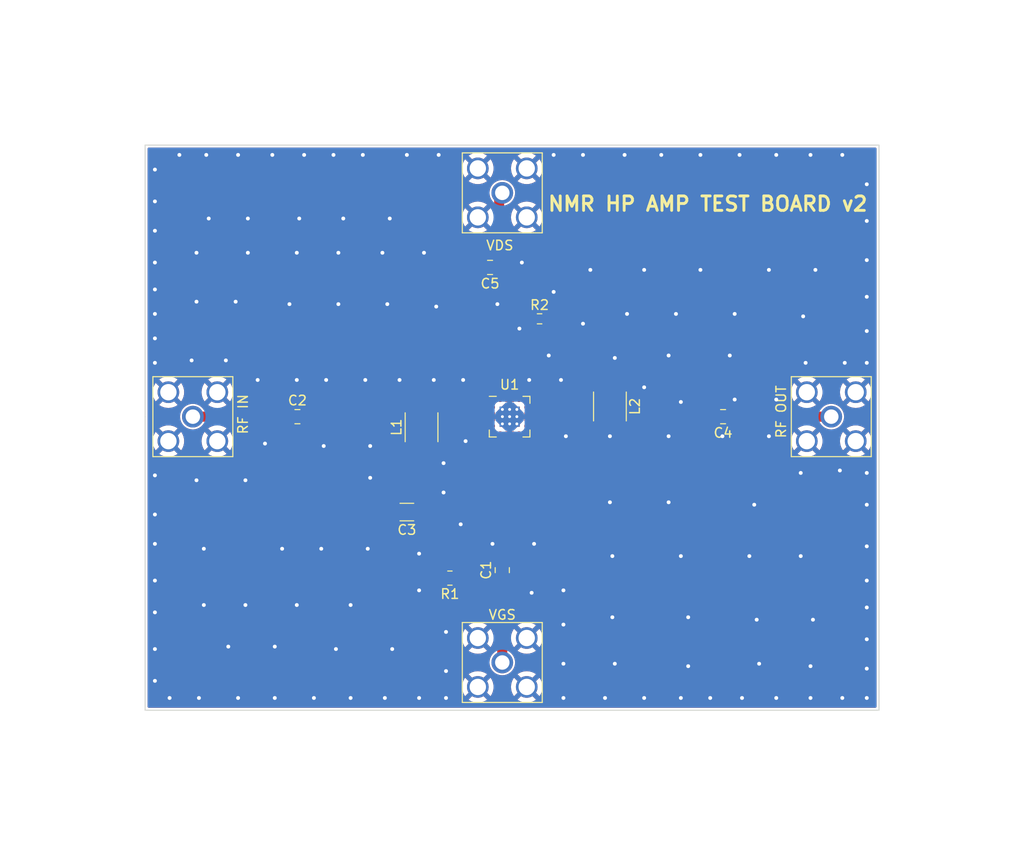
<source format=kicad_pcb>
(kicad_pcb (version 20211014) (generator pcbnew)
  (layers (0 "F.Cu" signal) (31 "B.Cu" signal) (34 "B.Paste" user) (35 "F.Paste" user) (36 "B.SilkS" user "B.Silkscreen") (37 "F.SilkS" user "F.Silkscreen") (38 "B.Mask" user) (39 "F.Mask" user) (44 "Edge.Cuts" user))
  (net 0 "")
  (net 1 "Net-(C1-Pad1)")
  (net 2 "GND")
  (net 3 "Net-(C2-Pad1)")
  (net 4 "Net-(C2-Pad2)")
  (net 5 "Net-(C3-Pad1)")
  (net 6 "Net-(C4-Pad1)")
  (net 7 "Net-(C4-Pad2)")
  (net 8 "Net-(C5-Pad1)")
  (net 9 "Net-(L2-Pad1)")
  (footprint "Resistor_SMD:R_0805_2012Metric" (layer "F.Cu") (at 140.1045 112.522 180)
    (fp_text reference "R1" (at 0 -1.65) (layer "F.SilkS"))
    (fp_text value "50")
    (fp_line (start -0.227064 -0.735) (end 0.227064 -0.735) (layer "F.SilkS") (width 0.12))
    (fp_line (start -0.227064 0.735) (end 0.227064 0.735) (layer "F.SilkS") (width 0.12))
    (pad "1" smd roundrect (at -0.9125 0 180) (size 1.025 1.4) (layers "F.Cu" "F.Paste" "F.Mask") (roundrect_rratio 0.243902439) (net 1 "Net-(C1-Pad1)"))
    (pad "2" smd roundrect (at 0.9125 0 180) (size 1.025 1.4) (layers "F.Cu" "F.Paste" "F.Mask") (roundrect_rratio 0.243902439) (net 5 "Net-(C3-Pad1)"))
  )
  (footprint "Connector_Coaxial:SMA_Amphenol_132203-12_Horizontal" (layer "F.Cu") (at 145.542 72.52)
    (fp_text reference "VDS" (at -0.254 5.458 180) (layer "F.SilkS"))
    (fp_text value "Vds")
    (fp_line (start -4.15 -4.15) (end -4.15 4.15) (layer "F.SilkS") (width 0.12))
    (fp_line (start 4.15 -4.15) (end 4.15 4.15) (layer "F.SilkS") (width 0.12))
    (fp_line (start -4.15 4.15) (end 4.15 4.15) (layer "F.SilkS") (width 0.12))
    (fp_line (start -4.15 -4.15) (end 4.15 -4.15) (layer "F.SilkS") (width 0.12))
    (pad "1" thru_hole circle (at 0 0) (size 2.25 2.25) (drill 1.5) (layers *.Cu *.Mask) (net 8 "Net-(C5-Pad1)"))
    (pad "2" thru_hole circle (at -2.54 -2.54) (size 2.25 2.25) (drill 1.7) (layers *.Cu *.Mask) (net 2 "GND"))
    (pad "2" thru_hole circle (at 2.54 -2.54) (size 2.25 2.25) (drill 1.7) (layers *.Cu *.Mask) (net 2 "GND"))
    (pad "2" thru_hole circle (at -2.54 2.54) (size 2.25 2.25) (drill 1.7) (layers *.Cu *.Mask) (net 2 "GND"))
    (pad "2" thru_hole circle (at 2.54 2.54 90) (size 2.25 2.25) (drill 1.7) (layers *.Cu *.Mask) (net 2 "GND"))
  )
  (footprint "Capacitor_SMD:C_1206_3216Metric" (layer "F.Cu") (at 135.636 105.664 180)
    (fp_text reference "C3" (at 0 -1.85) (layer "F.SilkS"))
    (fp_text value "0.01uF")
    (fp_line (start -0.711252 0.91) (end 0.711252 0.91) (layer "F.SilkS") (width 0.12))
    (fp_line (start -0.711252 -0.91) (end 0.711252 -0.91) (layer "F.SilkS") (width 0.12))
    (pad "1" smd roundrect (at -1.475 0 180) (size 1.15 1.8) (layers "F.Cu" "F.Paste" "F.Mask") (roundrect_rratio 0.2173913043) (net 5 "Net-(C3-Pad1)"))
    (pad "2" smd roundrect (at 1.475 0 180) (size 1.15 1.8) (layers "F.Cu" "F.Paste" "F.Mask") (roundrect_rratio 0.2173913043) (net 2 "GND"))
  )
  (footprint "Connector_Coaxial:SMA_Amphenol_132203-12_Horizontal" (layer "F.Cu") (at 113.414 95.758 90)
    (fp_text reference "RF IN" (at 0.254 5.204 90) (layer "F.SilkS"))
    (fp_text value "RFin")
    (fp_line (start -4.15 -4.15) (end 4.15 -4.15) (layer "F.SilkS") (width 0.12))
    (fp_line (start 4.15 -4.15) (end 4.15 4.15) (layer "F.SilkS") (width 0.12))
    (fp_line (start -4.15 4.15) (end 4.15 4.15) (layer "F.SilkS") (width 0.12))
    (fp_line (start -4.15 -4.15) (end -4.15 4.15) (layer "F.SilkS") (width 0.12))
    (pad "1" thru_hole circle (at 0 0 90) (size 2.25 2.25) (drill 1.5) (layers *.Cu *.Mask) (net 3 "Net-(C2-Pad1)"))
    (pad "2" thru_hole circle (at 2.54 -2.54 90) (size 2.25 2.25) (drill 1.7) (layers *.Cu *.Mask) (net 2 "GND"))
    (pad "2" thru_hole circle (at -2.54 -2.54 90) (size 2.25 2.25) (drill 1.7) (layers *.Cu *.Mask) (net 2 "GND"))
    (pad "2" thru_hole circle (at 2.54 2.54 180) (size 2.25 2.25) (drill 1.7) (layers *.Cu *.Mask) (net 2 "GND"))
    (pad "2" thru_hole circle (at -2.54 2.54 90) (size 2.25 2.25) (drill 1.7) (layers *.Cu *.Mask) (net 2 "GND"))
  )
  (footprint "Inductor_SMD:L_Neosid_SMS-ME3015" (layer "F.Cu") (at 137.16 96.858 90)
    (fp_text reference "L1" (at 0 -2.6 90) (layer "F.SilkS"))
    (fp_text value "0.9 uH")
    (fp_line (start 1.5 1.7) (end -1.5 1.7) (layer "F.SilkS") (width 0.12))
    (fp_line (start 1.5 -1.7) (end -1.5 -1.7) (layer "F.SilkS") (width 0.12))
    (pad "1" smd rect (at -1.1 0 90) (size 1 2.7) (layers "F.Cu" "F.Paste" "F.Mask") (net 5 "Net-(C3-Pad1)"))
    (pad "2" smd rect (at 1.1 0 90) (size 1 2.7) (layers "F.Cu" "F.Paste" "F.Mask") (net 4 "Net-(C2-Pad2)"))
  )
  (footprint "Package_DFN_QFN:QFN-16-1EP_4x4mm_P0.65mm_EP2.1x2.1mm_ThermalVias" (layer "F.Cu") (at 146.304 95.758)
    (fp_text reference "U1" (at 0 -3.32) (layer "F.SilkS"))
    (fp_text value "NPA1003")
    (fp_line (start -2.11 2.11) (end -2.11 1.385) (layer "F.SilkS") (width 0.12))
    (fp_line (start 1.385 -2.11) (end 2.11 -2.11) (layer "F.SilkS") (width 0.12))
    (fp_line (start 1.385 2.11) (end 2.11 2.11) (layer "F.SilkS") (width 0.12))
    (fp_line (start -1.385 -2.11) (end -2.11 -2.11) (layer "F.SilkS") (width 0.12))
    (fp_line (start 2.11 -2.11) (end 2.11 -1.385) (layer "F.SilkS") (width 0.12))
    (fp_line (start 2.11 2.11) (end 2.11 1.385) (layer "F.SilkS") (width 0.12))
    (fp_line (start -1.385 2.11) (end -2.11 2.11) (layer "F.SilkS") (width 0.12))
    (pad "1" smd roundrect (at -1.95 -0.975) (size 0.85 0.3) (layers "F.Cu" "F.Paste" "F.Mask"))
    (pad "2" smd roundrect (at -1.95 -0.325) (size 0.85 0.3) (layers "F.Cu" "F.Paste" "F.Mask") (net 4 "Net-(C2-Pad2)"))
    (pad "3" smd roundrect (at -1.95 0.325) (size 0.85 0.3) (layers "F.Cu" "F.Paste" "F.Mask") (net 4 "Net-(C2-Pad2)"))
    (pad "4" smd roundrect (at -1.95 0.975) (size 0.85 0.3) (layers "F.Cu" "F.Paste" "F.Mask"))
    (pad "5" smd roundrect (at -0.975 1.95) (size 0.3 0.85) (layers "F.Cu" "F.Paste" "F.Mask"))
    (pad "6" smd roundrect (at -0.325 1.95) (size 0.3 0.85) (layers "F.Cu" "F.Paste" "F.Mask"))
    (pad "7" smd roundrect (at 0.325 1.95) (size 0.3 0.85) (layers "F.Cu" "F.Paste" "F.Mask"))
    (pad "8" smd roundrect (at 0.975 1.95) (size 0.3 0.85) (layers "F.Cu" "F.Paste" "F.Mask"))
    (pad "9" smd roundrect (at 1.95 0.975) (size 0.85 0.3) (layers "F.Cu" "F.Paste" "F.Mask"))
    (pad "10" smd roundrect (at 1.95 0.325) (size 0.85 0.3) (layers "F.Cu" "F.Paste" "F.Mask") (net 7 "Net-(C4-Pad2)"))
    (pad "11" smd roundrect (at 1.95 -0.325) (size 0.85 0.3) (layers "F.Cu" "F.Paste" "F.Mask") (net 7 "Net-(C4-Pad2)"))
    (pad "12" smd roundrect (at 1.95 -0.975) (size 0.85 0.3) (layers "F.Cu" "F.Paste" "F.Mask"))
    (pad "13" smd roundrect (at 0.975 -1.95) (size 0.3 0.85) (layers "F.Cu" "F.Paste" "F.Mask"))
    (pad "14" smd roundrect (at 0.325 -1.95) (size 0.3 0.85) (layers "F.Cu" "F.Paste" "F.Mask"))
    (pad "15" smd roundrect (at -0.325 -1.95) (size 0.3 0.85) (layers "F.Cu" "F.Paste" "F.Mask"))
    (pad "16" smd roundrect (at -0.975 -1.95) (size 0.3 0.85) (layers "F.Cu" "F.Paste" "F.Mask"))
    (pad "17" thru_hole circle (at -0.75 0.75) (size 0.6 0.6) (drill 0.3) (layers *.Cu) (net 2 "GND"))
    (pad "17" thru_hole circle (at 0 -0.75) (size 0.6 0.6) (drill 0.3) (layers *.Cu) (net 2 "GND"))
    (pad "17" thru_hole circle (at 0 0.75) (size 0.6 0.6) (drill 0.3) (layers *.Cu) (net 2 "GND"))
    (pad "17" thru_hole circle (at 0.75 0.75) (size 0.6 0.6) (drill 0.3) (layers *.Cu) (net 2 "GND"))
    (pad "17" thru_hole circle (at -0.75 -0.75) (size 0.6 0.6) (drill 0.3) (layers *.Cu) (net 2 "GND"))
    (pad "17" smd rect (at 0 0) (size 2.1 2.1) (layers "F.Cu" "F.Mask") (net 2 "GND"))
    (pad "17" thru_hole circle (at 0.75 0) (size 0.6 0.6) (drill 0.3) (layers *.Cu) (net 2 "GND"))
    (pad "17" thru_hole circle (at -0.75 0) (size 0.6 0.6) (drill 0.3) (layers *.Cu) (net 2 "GND"))
    (pad "17" thru_hole circle (at 0 0) (size 0.6 0.6) (drill 0.3) (layers *.Cu) (net 2 "GND"))
    (pad "17" smd rect (at 0 0) (size 2.1 2.1) (layers "B.Cu") (net 2 "GND"))
    (pad "17" thru_hole circle (at 0.75 -0.75) (size 0.6 0.6) (drill 0.3) (layers *.Cu) (net 2 "GND"))
  )
  (footprint "Capacitor_SMD:C_0805_2012Metric" (layer "F.Cu") (at 124.272 95.758)
    (fp_text reference "C2" (at 0 -1.68) (layer "F.SilkS"))
    (fp_text value "2400 pF")
    (fp_line (start -0.261252 0.735) (end 0.261252 0.735) (layer "F.SilkS") (width 0.12))
    (fp_line (start -0.261252 -0.735) (end 0.261252 -0.735) (layer "F.SilkS") (width 0.12))
    (pad "1" smd roundrect (at -0.95 0) (size 1 1.45) (layers "F.Cu" "F.Paste" "F.Mask") (net 3 "Net-(C2-Pad1)"))
    (pad "2" smd roundrect (at 0.95 0) (size 1 1.45) (layers "F.Cu" "F.Paste" "F.Mask") (net 4 "Net-(C2-Pad2)"))
  )
  (footprint "Connector_Coaxial:SMA_Amphenol_132203-12_Horizontal" (layer "F.Cu") (at 145.542 121.282 180)
    (fp_text reference "VGS" (at 0 4.95 180) (layer "F.SilkS"))
    (fp_text value "Vgs")
    (fp_line (start -4.15 4.15) (end 4.15 4.15) (layer "F.SilkS") (width 0.12))
    (fp_line (start -4.15 -4.15) (end 4.15 -4.15) (layer "F.SilkS") (width 0.12))
    (fp_line (start 4.15 -4.15) (end 4.15 4.15) (layer "F.SilkS") (width 0.12))
    (fp_line (start -4.15 -4.15) (end -4.15 4.15) (layer "F.SilkS") (width 0.12))
    (pad "1" thru_hole circle (at 0 0 180) (size 2.25 2.25) (drill 1.5) (layers *.Cu *.Mask) (net 1 "Net-(C1-Pad1)"))
    (pad "2" thru_hole circle (at -2.54 2.54 180) (size 2.25 2.25) (drill 1.7) (layers *.Cu *.Mask) (net 2 "GND"))
    (pad "2" thru_hole circle (at -2.54 -2.54 180) (size 2.25 2.25) (drill 1.7) (layers *.Cu *.Mask) (net 2 "GND"))
    (pad "2" thru_hole circle (at 2.54 -2.54 180) (size 2.25 2.25) (drill 1.7) (layers *.Cu *.Mask) (net 2 "GND"))
    (pad "2" thru_hole circle (at 2.54 2.54 270) (size 2.25 2.25) (drill 1.7) (layers *.Cu *.Mask) (net 2 "GND"))
  )
  (footprint "Capacitor_SMD:C_0805_2012Metric" (layer "F.Cu") (at 144.272 80.264 180)
    (fp_text reference "C5" (at 0 -1.68) (layer "F.SilkS"))
    (fp_text value "4.7 uF")
    (fp_line (start -0.261252 -0.735) (end 0.261252 -0.735) (layer "F.SilkS") (width 0.12))
    (fp_line (start -0.261252 0.735) (end 0.261252 0.735) (layer "F.SilkS") (width 0.12))
    (pad "1" smd roundrect (at -0.95 0 180) (size 1 1.45) (layers "F.Cu" "F.Paste" "F.Mask") (net 8 "Net-(C5-Pad1)"))
    (pad "2" smd roundrect (at 0.95 0 180) (size 1 1.45) (layers "F.Cu" "F.Paste" "F.Mask") (net 2 "GND"))
  )
  (footprint "Capacitor_SMD:C_0805_2012Metric" (layer "F.Cu") (at 145.542 111.694 90)
    (fp_text reference "C1" (at 0 -1.68 90) (layer "F.SilkS"))
    (fp_text value "4.7uF")
    (fp_line (start -0.261252 -0.735) (end 0.261252 -0.735) (layer "F.SilkS") (width 0.12))
    (fp_line (start -0.261252 0.735) (end 0.261252 0.735) (layer "F.SilkS") (width 0.12))
    (pad "1" smd roundrect (at -0.95 0 90) (size 1 1.45) (layers "F.Cu" "F.Paste" "F.Mask") (net 1 "Net-(C1-Pad1)"))
    (pad "2" smd roundrect (at 0.95 0 90) (size 1 1.45) (layers "F.Cu" "F.Paste" "F.Mask") (net 2 "GND"))
  )
  (footprint "Inductor_SMD:L_Neosid_SMS-ME3015" (layer "F.Cu") (at 156.718 94.699 -90)
    (fp_text reference "L2" (at 0 -2.6 90) (layer "F.SilkS"))
    (fp_text value "0.9 uH")
    (fp_line (start 1.5 1.7) (end -1.5 1.7) (layer "F.SilkS") (width 0.12))
    (fp_line (start 1.5 -1.7) (end -1.5 -1.7) (layer "F.SilkS") (width 0.12))
    (pad "1" smd rect (at -1.1 0 270) (size 1 2.7) (layers "F.Cu" "F.Paste" "F.Mask") (net 9 "Net-(L2-Pad1)"))
    (pad "2" smd rect (at 1.1 0 270) (size 1 2.7) (layers "F.Cu" "F.Paste" "F.Mask") (net 7 "Net-(C4-Pad2)"))
  )
  (footprint "Connector_Coaxial:SMA_Amphenol_132203-12_Horizontal" (layer "F.Cu") (at 179.702 95.758 -90)
    (fp_text reference "RF OUT" (at -0.508 5.204 90) (layer "F.SilkS"))
    (fp_text value "RFo")
    (fp_line (start -4.15 4.15) (end 4.15 4.15) (layer "F.SilkS") (width 0.12))
    (fp_line (start -4.15 -4.15) (end 4.15 -4.15) (layer "F.SilkS") (width 0.12))
    (fp_line (start -4.15 -4.15) (end -4.15 4.15) (layer "F.SilkS") (width 0.12))
    (fp_line (start 4.15 -4.15) (end 4.15 4.15) (layer "F.SilkS") (width 0.12))
    (pad "1" thru_hole circle (at 0 0 270) (size 2.25 2.25) (drill 1.5) (layers *.Cu *.Mask) (net 6 "Net-(C4-Pad1)"))
    (pad "2" thru_hole circle (at 2.54 2.54) (size 2.25 2.25) (drill 1.7) (layers *.Cu *.Mask) (net 2 "GND"))
    (pad "2" thru_hole circle (at 2.54 -2.54 270) (size 2.25 2.25) (drill 1.7) (layers *.Cu *.Mask) (net 2 "GND"))
    (pad "2" thru_hole circle (at -2.54 2.54 270) (size 2.25 2.25) (drill 1.7) (layers *.Cu *.Mask) (net 2 "GND"))
    (pad "2" thru_hole circle (at -2.54 -2.54 270) (size 2.25 2.25) (drill 1.7) (layers *.Cu *.Mask) (net 2 "GND"))
  )
  (footprint "Capacitor_SMD:C_0805_2012Metric" (layer "F.Cu") (at 168.468 95.758 180)
    (fp_text reference "C4" (at 0 -1.68) (layer "F.SilkS"))
    (fp_text value "2400 pF")
    (fp_line (start -0.261252 0.735) (end 0.261252 0.735) (layer "F.SilkS") (width 0.12))
    (fp_line (start -0.261252 -0.735) (end 0.261252 -0.735) (layer "F.SilkS") (width 0.12))
    (pad "1" smd roundrect (at -0.95 0 180) (size 1 1.45) (layers "F.Cu" "F.Paste" "F.Mask") (net 6 "Net-(C4-Pad1)"))
    (pad "2" smd roundrect (at 0.95 0 180) (size 1 1.45) (layers "F.Cu" "F.Paste" "F.Mask") (net 7 "Net-(C4-Pad2)"))
  )
  (footprint "Resistor_SMD:R_0603_1608Metric" (layer "F.Cu") (at 149.415 85.598)
    (fp_text reference "R2" (at 0 -1.43) (layer "F.SilkS"))
    (fp_text value "0")
    (fp_line (start -0.237258 0.5225) (end 0.237258 0.5225) (layer "F.SilkS") (width 0.12))
    (fp_line (start -0.237258 -0.5225) (end 0.237258 -0.5225) (layer "F.SilkS") (width 0.12))
    (pad "1" smd roundrect (at -0.825 0) (size 0.8 0.95) (layers "F.Cu" "F.Paste" "F.Mask") (net 8 "Net-(C5-Pad1)"))
    (pad "2" smd roundrect (at 0.825 0) (size 0.8 0.95) (layers "F.Cu" "F.Paste" "F.Mask") (net 9 "Net-(L2-Pad1)"))
  )
  (gr_line (start 108.458 95.758) (end 108.458 67.564) (layer "Edge.Cuts") (width 0.1))
  (gr_line (start 184.658 126.238) (end 108.458 126.238) (layer "Edge.Cuts") (width 0.1))
  (gr_line (start 184.658 67.564) (end 184.658 126.238) (layer "Edge.Cuts") (width 0.1))
  (gr_line (start 108.458 67.564) (end 184.658 67.564) (layer "Edge.Cuts") (width 0.1))
  (gr_line (start 108.458 126.238) (end 108.458 95.758) (layer "Edge.Cuts") (width 0.1))
  (gr_text "NMR HP AMP TEST BOARD v2" (at 166.878 73.66) (layer "F.SilkS") (effects (font (size 1.5 1.5) (thickness 0.3))))
  (segment (start 145.542 121.282) (end 145.542 112.644) (width 1.044) (layer "F.Cu") (net 1))
  (segment (start 141.139 112.644) (end 141.017 112.522) (width 1.044) (layer "F.Cu") (net 1))
  (segment (start 145.542 112.644) (end 141.139 112.644) (width 1.044) (layer "F.Cu") (net 1))
  (via (at 134.112 119.888) (size 0.8) (drill 0.4) (layers "F.Cu" "B.Cu") (net 2))
  (via (at 109.474 119.888) (size 0.8) (drill 0.4) (layers "F.Cu" "B.Cu") (net 2))
  (via (at 160.274 80.518) (size 0.8) (drill 0.4) (layers "F.Cu" "B.Cu") (net 2))
  (via (at 158.496 85.09) (size 0.8) (drill 0.4) (layers "F.Cu" "B.Cu") (net 2))
  (via (at 164.846 121.666) (size 0.8) (drill 0.4) (layers "F.Cu" "B.Cu") (net 2))
  (via (at 171.958 116.84) (size 0.8) (drill 0.4) (layers "F.Cu" "B.Cu") (net 2))
  (via (at 126.746 109.474) (size 0.8) (drill 0.4) (layers "F.Cu" "B.Cu") (net 2))
  (via (at 176.53 110.236) (size 0.8) (drill 0.4) (layers "F.Cu" "B.Cu") (net 2))
  (via (at 148.844 108.966) (size 0.8) (drill 0.4) (layers "F.Cu" "B.Cu") (net 2))
  (via (at 177.546 121.666) (size 0.8) (drill 0.4) (layers "F.Cu" "B.Cu") (net 2))
  (via (at 139.7 118.11) (size 0.8) (drill 0.4) (layers "F.Cu" "B.Cu") (net 2))
  (via (at 121.666 68.58) (size 0.8) (drill 0.4) (layers "F.Cu" "B.Cu") (net 2))
  (via (at 183.388 115.57) (size 0.8) (drill 0.4) (layers "F.Cu" "B.Cu") (net 2))
  (via (at 114.808 68.58) (size 0.8) (drill 0.4) (layers "F.Cu" "B.Cu") (net 2))
  (via (at 134.874 91.948) (size 0.8) (drill 0.4) (layers "F.Cu" "B.Cu") (net 2))
  (via (at 153.924 68.58) (size 0.8) (drill 0.4) (layers "F.Cu" "B.Cu") (net 2))
  (via (at 139.7 124.968) (size 0.8) (drill 0.4) (layers "F.Cu" "B.Cu") (net 2))
  (via (at 118.11 68.58) (size 0.8) (drill 0.4) (layers "F.Cu" "B.Cu") (net 2))
  (via (at 180.594 101.346) (size 0.8) (drill 0.4) (layers "F.Cu" "B.Cu") (net 2))
  (via (at 183.388 118.872) (size 0.8) (drill 0.4) (layers "F.Cu" "B.Cu") (net 2))
  (via (at 114.554 115.316) (size 0.8) (drill 0.4) (layers "F.Cu" "B.Cu") (net 2))
  (via (at 120.142 91.948) (size 0.8) (drill 0.4) (layers "F.Cu" "B.Cu") (net 2))
  (via (at 109.474 105.918) (size 0.8) (drill 0.4) (layers "F.Cu" "B.Cu") (net 2))
  (via (at 183.388 124.968) (size 0.8) (drill 0.4) (layers "F.Cu" "B.Cu") (net 2))
  (via (at 114.046 124.968) (size 0.8) (drill 0.4) (layers "F.Cu" "B.Cu") (net 2))
  (via (at 176.53 101.6) (size 0.8) (drill 0.4) (layers "F.Cu" "B.Cu") (net 2))
  (via (at 131.572 109.474) (size 0.8) (drill 0.4) (layers "F.Cu" "B.Cu") (net 2))
  (via (at 109.474 123.19) (size 0.8) (drill 0.4) (layers "F.Cu" "B.Cu") (net 2))
  (via (at 119.126 78.74) (size 0.8) (drill 0.4) (layers "F.Cu" "B.Cu") (net 2))
  (via (at 150.876 68.58) (size 0.8) (drill 0.4) (layers "F.Cu" "B.Cu") (net 2))
  (via (at 147.574 79.756) (size 0.8) (drill 0.4) (layers "F.Cu" "B.Cu") (net 2))
  (via (at 118.11 124.968) (size 0.8) (drill 0.4) (layers "F.Cu" "B.Cu") (net 2))
  (via (at 177.546 124.968) (size 0.8) (drill 0.4) (layers "F.Cu" "B.Cu") (net 2))
  (via (at 183.388 75.438) (size 0.8) (drill 0.4) (layers "F.Cu" "B.Cu") (net 2))
  (via (at 109.474 70.104) (size 0.8) (drill 0.4) (layers "F.Cu" "B.Cu") (net 2))
  (via (at 131.064 68.58) (size 0.8) (drill 0.4) (layers "F.Cu" "B.Cu") (net 2))
  (via (at 154.686 80.518) (size 0.8) (drill 0.4) (layers "F.Cu" "B.Cu") (net 2))
  (via (at 164.084 124.968) (size 0.8) (drill 0.4) (layers "F.Cu" "B.Cu") (net 2))
  (via (at 128.016 68.58) (size 0.8) (drill 0.4) (layers "F.Cu" "B.Cu") (net 2))
  (via (at 120.904 98.552) (size 0.8) (drill 0.4) (layers "F.Cu" "B.Cu") (net 2))
  (via (at 109.474 79.756) (size 0.8) (drill 0.4) (layers "F.Cu" "B.Cu") (net 2))
  (via (at 109.474 73.406) (size 0.8) (drill 0.4) (layers "F.Cu" "B.Cu") (net 2))
  (via (at 124.206 78.74) (size 0.8) (drill 0.4) (layers "F.Cu" "B.Cu") (net 2))
  (via (at 151.892 121.412) (size 0.8) (drill 0.4) (layers "F.Cu" "B.Cu") (net 2))
  (via (at 124.968 68.58) (size 0.8) (drill 0.4) (layers "F.Cu" "B.Cu") (net 2))
  (via (at 183.388 121.92) (size 0.8) (drill 0.4) (layers "F.Cu" "B.Cu") (net 2))
  (via (at 183.388 83.312) (size 0.8) (drill 0.4) (layers "F.Cu" "B.Cu") (net 2))
  (via (at 139.7 122.174) (size 0.8) (drill 0.4) (layers "F.Cu" "B.Cu") (net 2))
  (via (at 153.924 86.106) (size 0.8) (drill 0.4) (layers "F.Cu" "B.Cu") (net 2))
  (via (at 183.388 101.6) (size 0.8) (drill 0.4) (layers "F.Cu" "B.Cu") (net 2))
  (via (at 183.388 104.902) (size 0.8) (drill 0.4) (layers "F.Cu" "B.Cu") (net 2))
  (via (at 156.718 104.648) (size 0.8) (drill 0.4) (layers "F.Cu" "B.Cu") (net 2))
  (via (at 172.212 121.412) (size 0.8) (drill 0.4) (layers "F.Cu" "B.Cu") (net 2))
  (via (at 139.446 103.632) (size 0.8) (drill 0.4) (layers "F.Cu" "B.Cu") (net 2))
  (via (at 109.474 101.854) (size 0.8) (drill 0.4) (layers "F.Cu" "B.Cu") (net 2))
  (via (at 113.284 89.916) (size 0.8) (drill 0.4) (layers "F.Cu" "B.Cu") (net 2))
  (via (at 119.126 75.184) (size 0.8) (drill 0.4) (layers "F.Cu" "B.Cu") (net 2))
  (via (at 109.474 82.55) (size 0.8) (drill 0.4) (layers "F.Cu" "B.Cu") (net 2))
  (via (at 127.254 91.948) (size 0.8) (drill 0.4) (layers "F.Cu" "B.Cu") (net 2))
  (via (at 118.872 115.316) (size 0.8) (drill 0.4) (layers "F.Cu" "B.Cu") (net 2))
  (via (at 110.998 124.968) (size 0.8) (drill 0.4) (layers "F.Cu" "B.Cu") (net 2))
  (via (at 124.206 115.316) (size 0.8) (drill 0.4) (layers "F.Cu" "B.Cu") (net 2))
  (via (at 169.164 89.408) (size 0.8) (drill 0.4) (layers "F.Cu" "B.Cu") (net 2))
  (via (at 129.794 124.968) (size 0.8) (drill 0.4) (layers "F.Cu" "B.Cu") (net 2))
  (via (at 113.792 102.362) (size 0.8) (drill 0.4) (layers "F.Cu" "B.Cu") (net 2))
  (via (at 151.638 91.948) (size 0.8) (drill 0.4) (layers "F.Cu" "B.Cu") (net 2))
  (via (at 151.892 117.348) (size 0.8) (drill 0.4) (layers "F.Cu" "B.Cu") (net 2))
  (via (at 124.46 75.184) (size 0.8) (drill 0.4) (layers "F.Cu" "B.Cu") (net 2))
  (via (at 138.684 84.328) (size 0.8) (drill 0.4) (layers "F.Cu" "B.Cu") (net 2))
  (via (at 128.27 119.888) (size 0.8) (drill 0.4) (layers "F.Cu" "B.Cu") (net 2))
  (via (at 145.034 84.074) (size 0.8) (drill 0.4) (layers "F.Cu" "B.Cu") (net 2))
  (via (at 127 98.806) (size 0.8) (drill 0.4) (layers "F.Cu" "B.Cu") (net 2))
  (via (at 133.35 124.968) (size 0.8) (drill 0.4) (layers "F.Cu" "B.Cu") (net 2))
  (via (at 183.388 109.22) (size 0.8) (drill 0.4) (layers "F.Cu" "B.Cu") (net 2))
  (via (at 141.224 106.934) (size 0.8) (drill 0.4) (layers "F.Cu" "B.Cu") (net 2))
  (via (at 151.892 113.792) (size 0.8) (drill 0.4) (layers "F.Cu" "B.Cu") (net 2))
  (via (at 164.084 110.236) (size 0.8) (drill 0.4) (layers "F.Cu" "B.Cu") (net 2))
  (via (at 183.388 90.17) (size 0.8) (drill 0.4) (layers "F.Cu" "B.Cu") (net 2))
  (via (at 109.474 85.09) (size 0.8) (drill 0.4) (layers "F.Cu" "B.Cu") (net 2))
  (via (at 162.814 89.408) (size 0.8) (drill 0.4) (layers "F.Cu" "B.Cu") (net 2))
  (via (at 162.052 68.58) (size 0.8) (drill 0.4) (layers "F.Cu" "B.Cu") (net 2))
  (via (at 116.84 89.916) (size 0.8) (drill 0.4) (layers "F.Cu" "B.Cu") (net 2))
  (via (at 169.672 85.09) (size 0.8) (drill 0.4) (layers "F.Cu" "B.Cu") (net 2))
  (via (at 176.784 85.344) (size 0.8) (drill 0.4) (layers "F.Cu" "B.Cu") (net 2))
  (via (at 167.132 124.968) (size 0.8) (drill 0.4) (layers "F.Cu" "B.Cu") (net 2))
  (via (at 168.402 97.79) (size 0.8) (drill 0.4) (layers "F.Cu" "B.Cu") (net 2))
  (via (at 158.242 68.58) (size 0.8) (drill 0.4) (layers "F.Cu" "B.Cu") (net 2))
  (via (at 183.388 79.502) (size 0.8) (drill 0.4) (layers "F.Cu" "B.Cu") (net 2))
  (via (at 178.054 80.518) (size 0.8) (drill 0.4) (layers "F.Cu" "B.Cu") (net 2))
  (via (at 173.99 124.968) (size 0.8) (drill 0.4) (layers "F.Cu" "B.Cu") (net 2))
  (via (at 171.704 104.902) (size 0.8) (drill 0.4) (layers "F.Cu" "B.Cu") (net 2))
  (via (at 109.474 76.454) (size 0.8) (drill 0.4) (layers "F.Cu" "B.Cu") (net 2))
  (via (at 113.792 78.74) (size 0.8) (drill 0.4) (layers "F.Cu" "B.Cu") (net 2))
  (via (at 173.99 93.98) (size 0.8) (drill 0.4) (layers "F.Cu" "B.Cu") (net 2))
  (via (at 183.388 112.776) (size 0.8) (drill 0.4) (layers "F.Cu" "B.Cu") (net 2))
  (via (at 177.546 68.58) (size 0.8) (drill 0.4) (layers "F.Cu" "B.Cu") (net 2))
  (via (at 151.892 124.968) (size 0.8) (drill 0.4) (layers "F.Cu" "B.Cu") (net 2))
  (via (at 173.228 80.518) (size 0.8) (drill 0.4) (layers "F.Cu" "B.Cu") (net 2))
  (via (at 157.226 89.662) (size 0.8) (drill 0.4) (layers "F.Cu" "B.Cu") (net 2))
  (via (at 156.972 116.586) (size 0.8) (drill 0.4) (layers "F.Cu" "B.Cu") (net 2))
  (via (at 150.368 89.408) (size 0.8) (drill 0.4) (layers "F.Cu" "B.Cu") (net 2))
  (via (at 183.388 71.628) (size 0.8) (drill 0.4) (layers "F.Cu" "B.Cu") (net 2))
  (via (at 131.318 91.948) (size 0.8) (drill 0.4) (layers "F.Cu" "B.Cu") (net 2))
  (via (at 121.92 119.634) (size 0.8) (drill 0.4) (layers "F.Cu" "B.Cu") (net 2))
  (via (at 115.062 75.184) (size 0.8) (drill 0.4) (layers "F.Cu" "B.Cu") (net 2))
  (via (at 131.826 102.108) (size 0.8) (drill 0.4) (layers "F.Cu" "B.Cu") (net 2))
  (via (at 129.032 75.184) (size 0.8) (drill 0.4) (layers "F.Cu" "B.Cu") (net 2))
  (via (at 141.478 91.948) (size 0.8) (drill 0.4) (layers "F.Cu" "B.Cu") (net 2))
  (via (at 163.576 85.09) (size 0.8) (drill 0.4) (layers "F.Cu" "B.Cu") (net 2))
  (via (at 129.794 115.316) (size 0.8) (drill 0.4) (layers "F.Cu" "B.Cu") (net 2))
  (via (at 117.094 119.634) (size 0.8) (drill 0.4) (layers "F.Cu" "B.Cu") (net 2))
  (via (at 125.984 124.968) (size 0.8) (drill 0.4) (layers "F.Cu" "B.Cu") (net 2))
  (via (at 181.102 90.17) (size 0.8) (drill 0.4) (layers "F.Cu" "B.Cu") (net 2))
  (via (at 109.474 108.966) (size 0.8) (drill 0.4) (layers "F.Cu" "B.Cu") (net 2))
  (via (at 128.524 84.074) (size 0.8) (drill 0.4) (layers "F.Cu" "B.Cu") (net 2))
  (via (at 133.096 78.74) (size 0.8) (drill 0.4) (layers "F.Cu" "B.Cu") (net 2))
  (via (at 156.718 97.79) (size 0.8) (drill 0.4) (layers "F.Cu" "B.Cu") (net 2))
  (via (at 128.524 78.74) (size 0.8) (drill 0.4) (layers "F.Cu" "B.Cu") (net 2))
  (via (at 177.038 90.17) (size 0.8) (drill 0.4) (layers "F.Cu" "B.Cu") (net 2))
  (via (at 160.274 92.71) (size 0.8) (drill 0.4) (layers "F.Cu" "B.Cu") (net 2))
  (via (at 164.084 94.234) (size 0.8) (drill 0.4) (layers "F.Cu" "B.Cu") (net 2))
  (via (at 109.474 90.17) (size 0.8) (drill 0.4) (layers "F.Cu" "B.Cu") (net 2))
  (via (at 122.682 109.474) (size 0.8) (drill 0.4) (layers "F.Cu" "B.Cu") (net 2))
  (via (at 162.814 97.79) (size 0.8) (drill 0.4) (layers "F.Cu" "B.Cu") (net 2))
  (via (at 141.732 98.298) (size 0.8) (drill 0.4) (layers "F.Cu" "B.Cu") (net 2))
  (via (at 177.8 116.84) (size 0.8) (drill 0.4) (layers "F.Cu" "B.Cu") (net 2))
  (via (at 109.474 87.63) (size 0.8) (drill 0.4) (layers "F.Cu" "B.Cu") (net 2))
  (via (at 147.32 86.614) (size 0.8) (drill 0.4) (layers "F.Cu" "B.Cu") (net 2))
  (via (at 157.226 121.412) (size 0.8) (drill 0.4) (layers "F.Cu" "B.Cu") (net 2))
  (via (at 136.906 113.792) (size 0.8) (drill 0.4) (layers "F.Cu" "B.Cu") (net 2))
  (via (at 166.116 68.58) (size 0.8) (drill 0.4) (layers "F.Cu" "B.Cu") (net 2))
  (via (at 156.21 124.968) (size 0.8) (drill 0.4) (layers "F.Cu" "B.Cu") (net 2))
  (via (at 173.228 97.79) (size 0.8) (drill 0.4) (layers "F.Cu" "B.Cu") (net 2))
  (via (at 113.792 83.82) (size 0.8) (drill 0.4) (layers "F.Cu" "B.Cu") (net 2))
  (via (at 180.848 124.968) (size 0.8) (drill 0.4) (layers "F.Cu" "B.Cu") (net 2))
  (via (at 114.554 109.474) (size 0.8) (drill 0.4) (layers "F.Cu" "B.Cu") (net 2))
  (via (at 133.858 75.184) (size 0.8) (drill 0.4) (layers "F.Cu" "B.Cu") (net 2))
  (via (at 135.636 68.58) (size 0.8) (drill 0.4) (layers "F.Cu" "B.Cu") (net 2))
  (via (at 162.814 104.648) (size 0.8) (drill 0.4) (layers "F.Cu" "B.Cu") (net 2))
  (via (at 138.43 91.948) (size 0.8) (drill 0.4) (layers "F.Cu" "B.Cu") (net 2))
  (via (at 156.972 110.236) (size 0.8) (drill 0.4) (layers "F.Cu" "B.Cu") (net 2))
  (via (at 169.672 93.98) (size 0.8) (drill 0.4) (layers "F.Cu" "B.Cu") (net 2))
  (via (at 152.146 97.79) (size 0.8) (drill 0.4) (layers "F.Cu" "B.Cu") (net 2))
  (via (at 136.906 109.982) (size 0.8) (drill 0.4) (layers "F.Cu" "B.Cu") (net 2))
  (via (at 171.196 110.236) (size 0.8) (drill 0.4) (layers "F.Cu" "B.Cu") (net 2))
  (via (at 121.92 124.968) (size 0.8) (drill 0.4) (layers "F.Cu" "B.Cu") (net 2))
  (via (at 180.848 68.58) (size 0.8) (drill 0.4) (layers "F.Cu" "B.Cu") (net 2))
  (via (at 112.014 68.58) (size 0.8) (drill 0.4) (layers "F.Cu" "B.Cu") (net 2))
  (via (at 118.872 102.362) (size 0.8) (drill 0.4) (layers "F.Cu" "B.Cu") (net 2))
  (via (at 123.444 84.074) (size 0.8) (drill 0.4) (layers "F.Cu" "B.Cu") (net 2))
  (via (at 173.99 68.58) (size 0.8) (drill 0.4) (layers "F.Cu" "B.Cu") (net 2))
  (via (at 148.336 91.948) (size 0.8) (drill 0.4) (layers "F.Cu" "B.Cu") (net 2))
  (via (at 166.116 80.518) (size 0.8) (drill 0.4) (layers "F.Cu" "B.Cu") (net 2))
  (via (at 139.446 100.584) (size 0.8) (drill 0.4) (layers "F.Cu" "B.Cu") (net 2))
  (via (at 183.388 86.868) (size 0.8) (drill 0.4) (layers "F.Cu" "B.Cu") (net 2))
  (via (at 160.274 124.968) (size 0.8) (drill 0.4) (layers "F.Cu" "B.Cu") (net 2))
  (via (at 150.876 82.804) (size 0.8) (drill 0.4) (layers "F.Cu" "B.Cu") (net 2))
  (via (at 137.414 78.74) (size 0.8) (drill 0.4) (layers "F.Cu" "B.Cu") (net 2))
  (via (at 164.846 116.586) (size 0.8) (drill 0.4) (layers "F.Cu" "B.Cu") (net 2))
  (via (at 170.18 68.58) (size 0.8) (drill 0.4) (layers "F.Cu" "B.Cu") (net 2))
  (via (at 144.526 108.966) (size 0.8) (drill 0.4) (layers "F.Cu" "B.Cu") (net 2))
  (via (at 170.434 124.968) (size 0.8) (drill 0.4) (layers "F.Cu" "B.Cu") (net 2))
  (via (at 133.604 84.074) (size 0.8) (drill 0.4) (layers "F.Cu" "B.Cu") (net 2))
  (via (at 124.206 91.948) (size 0.8) (drill 0.4) (layers "F.Cu" "B.Cu") (net 2))
  (via (at 131.826 98.806) (size 0.8) (drill 0.4) (layers "F.Cu" "B.Cu") (net 2))
  (via (at 117.856 83.82) (size 0.8) (drill 0.4) (layers "F.Cu" "B.Cu") (net 2))
  (via (at 136.906 124.968) (size 0.8) (drill 0.4) (layers "F.Cu" "B.Cu") (net 2))
  (via (at 148.59 114.046) (size 0.8) (drill 0.4) (layers "F.Cu" "B.Cu") (net 2))
  (via (at 138.938 68.58) (size 0.8) (drill 0.4) (layers "F.Cu" "B.Cu") (net 2))
  (via (at 109.474 116.078) (size 0.8) (drill 0.4) (layers "F.Cu" "B.Cu") (net 2))
  (via (at 109.474 112.776) (size 0.8) (drill 0.4) (layers "F.Cu" "B.Cu") (net 2))
  (segment (start 113.414 95.758) (end 123.322 95.758) (width 1.044) (layer "F.Cu") (net 3))
  (segment (start 137.16 95.758) (end 125.222 95.758) (width 1.044) (layer "F.Cu") (net 4))
  (segment (start 137.16 95.758) (end 144.272 95.758) (width 1.044) (layer "F.Cu") (net 4))
  (segment (start 137.111 105.664) (end 137.111 98.007) (width 1.044) (layer "F.Cu") (net 5))
  (segment (start 139.192 107.745) (end 137.111 105.664) (width 1.044) (layer "F.Cu") (net 5))
  (segment (start 137.111 98.007) (end 137.16 97.958) (width 1.044) (layer "F.Cu") (net 5))
  (segment (start 139.192 112.522) (end 139.192 107.745) (width 1.044) (layer "F.Cu") (net 5))
  (segment (start 179.702 95.758) (end 169.418 95.758) (width 1.044) (layer "F.Cu") (net 6))
  (segment (start 156.718 95.799) (end 150.028 95.799) (width 1.044) (layer "F.Cu") (net 7))
  (segment (start 148.377 95.799) (end 148.336 95.758) (width 1.044) (layer "F.Cu") (net 7))
  (segment (start 167.518 95.758) (end 167.477 95.799) (width 1.044) (layer "F.Cu") (net 7))
  (segment (start 150.028 95.799) (end 148.377 95.799) (width 1.044) (layer "F.Cu") (net 7))
  (segment (start 167.477 95.799) (end 156.718 95.799) (width 1.044) (layer "F.Cu") (net 7))
  (segment (start 145.222 80.264) (end 145.222 72.84) (width 1.044) (layer "F.Cu") (net 8))
  (segment (start 148.59 85.598) (end 148.59 83.632) (width 1.044) (layer "F.Cu") (net 8))
  (segment (start 148.59 83.632) (end 145.222 80.264) (width 1.044) (layer "F.Cu") (net 8))
  (segment (start 145.222 72.84) (end 145.542 72.52) (width 1.044) (layer "F.Cu") (net 8))
  (segment (start 156.718 93.599) (end 156.718 92.076) (width 1.044) (layer "F.Cu") (net 9))
  (segment (start 156.718 92.076) (end 150.24 85.598) (width 1.044) (layer "F.Cu") (net 9))
  (zone (net 2) (net_name "GND") (layer "F.Cu") (connect_pads (clearance 0)) (min_thickness 0.254) (fill yes (thermal_gap 0.508) (thermal_bridge_width 0.508))
    (polygon (pts (xy 184.404 125.984) (xy 108.712 125.984) (xy 108.712 67.818) (xy 184.404 67.818)))
  )
  (zone (net 2) (net_name "GND") (layer "B.Cu") (connect_pads (clearance 0)) (min_thickness 0.254) (fill yes (thermal_gap 0.508) (thermal_bridge_width 0.508))
    (polygon (pts (xy 184.404 125.984) (xy 108.712 125.984) (xy 108.712 67.818) (xy 184.404 67.818)))
  )
)
</source>
